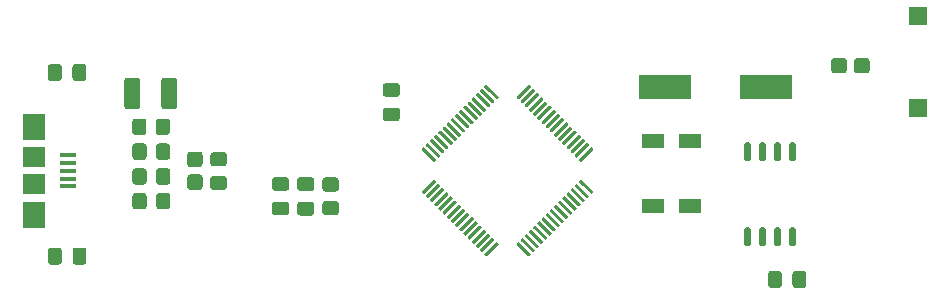
<source format=gbr>
%TF.GenerationSoftware,KiCad,Pcbnew,(5.1.10)-1*%
%TF.CreationDate,2021-08-29T21:18:50+07:00*%
%TF.ProjectId,stm32f405rgt6_Mini,73746d33-3266-4343-9035-726774365f4d,rev?*%
%TF.SameCoordinates,Original*%
%TF.FileFunction,Paste,Top*%
%TF.FilePolarity,Positive*%
%FSLAX46Y46*%
G04 Gerber Fmt 4.6, Leading zero omitted, Abs format (unit mm)*
G04 Created by KiCad (PCBNEW (5.1.10)-1) date 2021-08-29 21:18:50*
%MOMM*%
%LPD*%
G01*
G04 APERTURE LIST*
%ADD10R,1.900000X1.800000*%
%ADD11R,1.900000X2.300000*%
%ADD12R,1.400000X0.400000*%
%ADD13R,4.500000X2.000000*%
%ADD14R,1.900000X1.300000*%
%ADD15R,1.500000X1.500000*%
G04 APERTURE END LIST*
%TO.C,C2*%
G36*
G01*
X95361780Y-97781780D02*
X94411780Y-97781780D01*
G75*
G02*
X94161780Y-97531780I0J250000D01*
G01*
X94161780Y-96856780D01*
G75*
G02*
X94411780Y-96606780I250000J0D01*
G01*
X95361780Y-96606780D01*
G75*
G02*
X95611780Y-96856780I0J-250000D01*
G01*
X95611780Y-97531780D01*
G75*
G02*
X95361780Y-97781780I-250000J0D01*
G01*
G37*
G36*
G01*
X95361780Y-95706780D02*
X94411780Y-95706780D01*
G75*
G02*
X94161780Y-95456780I0J250000D01*
G01*
X94161780Y-94781780D01*
G75*
G02*
X94411780Y-94531780I250000J0D01*
G01*
X95361780Y-94531780D01*
G75*
G02*
X95611780Y-94781780I0J-250000D01*
G01*
X95611780Y-95456780D01*
G75*
G02*
X95361780Y-95706780I-250000J0D01*
G01*
G37*
%TD*%
%TO.C,C4*%
G36*
G01*
X75194760Y-101699080D02*
X75194760Y-100749080D01*
G75*
G02*
X75444760Y-100499080I250000J0D01*
G01*
X76119760Y-100499080D01*
G75*
G02*
X76369760Y-100749080I0J-250000D01*
G01*
X76369760Y-101699080D01*
G75*
G02*
X76119760Y-101949080I-250000J0D01*
G01*
X75444760Y-101949080D01*
G75*
G02*
X75194760Y-101699080I0J250000D01*
G01*
G37*
G36*
G01*
X77269760Y-101699080D02*
X77269760Y-100749080D01*
G75*
G02*
X77519760Y-100499080I250000J0D01*
G01*
X78194760Y-100499080D01*
G75*
G02*
X78444760Y-100749080I0J-250000D01*
G01*
X78444760Y-101699080D01*
G75*
G02*
X78194760Y-101949080I-250000J0D01*
G01*
X77519760Y-101949080D01*
G75*
G02*
X77269760Y-101699080I0J250000D01*
G01*
G37*
%TD*%
%TO.C,C5*%
G36*
G01*
X81671200Y-88552202D02*
X81671200Y-86352198D01*
G75*
G02*
X81921198Y-86102200I249998J0D01*
G01*
X82746202Y-86102200D01*
G75*
G02*
X82996200Y-86352198I0J-249998D01*
G01*
X82996200Y-88552202D01*
G75*
G02*
X82746202Y-88802200I-249998J0D01*
G01*
X81921198Y-88802200D01*
G75*
G02*
X81671200Y-88552202I0J249998D01*
G01*
G37*
G36*
G01*
X84796200Y-88552202D02*
X84796200Y-86352198D01*
G75*
G02*
X85046198Y-86102200I249998J0D01*
G01*
X85871202Y-86102200D01*
G75*
G02*
X86121200Y-86352198I0J-249998D01*
G01*
X86121200Y-88552202D01*
G75*
G02*
X85871202Y-88802200I-249998J0D01*
G01*
X85046198Y-88802200D01*
G75*
G02*
X84796200Y-88552202I0J249998D01*
G01*
G37*
%TD*%
%TO.C,C6*%
G36*
G01*
X78434600Y-85204280D02*
X78434600Y-86154280D01*
G75*
G02*
X78184600Y-86404280I-250000J0D01*
G01*
X77509600Y-86404280D01*
G75*
G02*
X77259600Y-86154280I0J250000D01*
G01*
X77259600Y-85204280D01*
G75*
G02*
X77509600Y-84954280I250000J0D01*
G01*
X78184600Y-84954280D01*
G75*
G02*
X78434600Y-85204280I0J-250000D01*
G01*
G37*
G36*
G01*
X76359600Y-85204280D02*
X76359600Y-86154280D01*
G75*
G02*
X76109600Y-86404280I-250000J0D01*
G01*
X75434600Y-86404280D01*
G75*
G02*
X75184600Y-86154280I0J250000D01*
G01*
X75184600Y-85204280D01*
G75*
G02*
X75434600Y-84954280I250000J0D01*
G01*
X76109600Y-84954280D01*
G75*
G02*
X76359600Y-85204280I0J-250000D01*
G01*
G37*
%TD*%
%TO.C,C14*%
G36*
G01*
X136152220Y-103667580D02*
X136152220Y-102717580D01*
G75*
G02*
X136402220Y-102467580I250000J0D01*
G01*
X137077220Y-102467580D01*
G75*
G02*
X137327220Y-102717580I0J-250000D01*
G01*
X137327220Y-103667580D01*
G75*
G02*
X137077220Y-103917580I-250000J0D01*
G01*
X136402220Y-103917580D01*
G75*
G02*
X136152220Y-103667580I0J250000D01*
G01*
G37*
G36*
G01*
X138227220Y-103667580D02*
X138227220Y-102717580D01*
G75*
G02*
X138477220Y-102467580I250000J0D01*
G01*
X139152220Y-102467580D01*
G75*
G02*
X139402220Y-102717580I0J-250000D01*
G01*
X139402220Y-103667580D01*
G75*
G02*
X139152220Y-103917580I-250000J0D01*
G01*
X138477220Y-103917580D01*
G75*
G02*
X138227220Y-103667580I0J250000D01*
G01*
G37*
%TD*%
%TO.C,C16*%
G36*
G01*
X104742000Y-89813800D02*
X103792000Y-89813800D01*
G75*
G02*
X103542000Y-89563800I0J250000D01*
G01*
X103542000Y-88888800D01*
G75*
G02*
X103792000Y-88638800I250000J0D01*
G01*
X104742000Y-88638800D01*
G75*
G02*
X104992000Y-88888800I0J-250000D01*
G01*
X104992000Y-89563800D01*
G75*
G02*
X104742000Y-89813800I-250000J0D01*
G01*
G37*
G36*
G01*
X104742000Y-87738800D02*
X103792000Y-87738800D01*
G75*
G02*
X103542000Y-87488800I0J250000D01*
G01*
X103542000Y-86813800D01*
G75*
G02*
X103792000Y-86563800I250000J0D01*
G01*
X104742000Y-86563800D01*
G75*
G02*
X104992000Y-86813800I0J-250000D01*
G01*
X104992000Y-87488800D01*
G75*
G02*
X104742000Y-87738800I-250000J0D01*
G01*
G37*
%TD*%
%TO.C,C17*%
G36*
G01*
X97487760Y-97791940D02*
X96537760Y-97791940D01*
G75*
G02*
X96287760Y-97541940I0J250000D01*
G01*
X96287760Y-96866940D01*
G75*
G02*
X96537760Y-96616940I250000J0D01*
G01*
X97487760Y-96616940D01*
G75*
G02*
X97737760Y-96866940I0J-250000D01*
G01*
X97737760Y-97541940D01*
G75*
G02*
X97487760Y-97791940I-250000J0D01*
G01*
G37*
G36*
G01*
X97487760Y-95716940D02*
X96537760Y-95716940D01*
G75*
G02*
X96287760Y-95466940I0J250000D01*
G01*
X96287760Y-94791940D01*
G75*
G02*
X96537760Y-94541940I250000J0D01*
G01*
X97487760Y-94541940D01*
G75*
G02*
X97737760Y-94791940I0J-250000D01*
G01*
X97737760Y-95466940D01*
G75*
G02*
X97487760Y-95716940I-250000J0D01*
G01*
G37*
%TD*%
%TO.C,PC13_LED*%
G36*
G01*
X142836620Y-84697619D02*
X142836620Y-85497621D01*
G75*
G02*
X142586621Y-85747620I-249999J0D01*
G01*
X141761619Y-85747620D01*
G75*
G02*
X141511620Y-85497621I0J249999D01*
G01*
X141511620Y-84697619D01*
G75*
G02*
X141761619Y-84447620I249999J0D01*
G01*
X142586621Y-84447620D01*
G75*
G02*
X142836620Y-84697619I0J-249999D01*
G01*
G37*
G36*
G01*
X144761620Y-84697619D02*
X144761620Y-85497621D01*
G75*
G02*
X144511621Y-85747620I-249999J0D01*
G01*
X143686619Y-85747620D01*
G75*
G02*
X143436620Y-85497621I0J249999D01*
G01*
X143436620Y-84697619D01*
G75*
G02*
X143686619Y-84447620I249999J0D01*
G01*
X144511621Y-84447620D01*
G75*
G02*
X144761620Y-84697619I0J-249999D01*
G01*
G37*
%TD*%
%TO.C,PWR*%
G36*
G01*
X87227459Y-92375320D02*
X88027461Y-92375320D01*
G75*
G02*
X88277460Y-92625319I0J-249999D01*
G01*
X88277460Y-93450321D01*
G75*
G02*
X88027461Y-93700320I-249999J0D01*
G01*
X87227459Y-93700320D01*
G75*
G02*
X86977460Y-93450321I0J249999D01*
G01*
X86977460Y-92625319D01*
G75*
G02*
X87227459Y-92375320I249999J0D01*
G01*
G37*
G36*
G01*
X87227459Y-94300320D02*
X88027461Y-94300320D01*
G75*
G02*
X88277460Y-94550319I0J-249999D01*
G01*
X88277460Y-95375321D01*
G75*
G02*
X88027461Y-95625320I-249999J0D01*
G01*
X87227459Y-95625320D01*
G75*
G02*
X86977460Y-95375321I0J249999D01*
G01*
X86977460Y-94550319D01*
G75*
G02*
X87227459Y-94300320I249999J0D01*
G01*
G37*
%TD*%
D10*
%TO.C,USB*%
X73995760Y-95150320D03*
X73995760Y-92850320D03*
D11*
X73995760Y-97750320D03*
X73995760Y-90250320D03*
D12*
X76845760Y-95300320D03*
X76845760Y-94650320D03*
X76845760Y-94000320D03*
X76845760Y-93350320D03*
X76845760Y-92700320D03*
%TD*%
%TO.C,R1*%
G36*
G01*
X85547000Y-94032919D02*
X85547000Y-94932921D01*
G75*
G02*
X85297001Y-95182920I-249999J0D01*
G01*
X84596999Y-95182920D01*
G75*
G02*
X84347000Y-94932921I0J249999D01*
G01*
X84347000Y-94032919D01*
G75*
G02*
X84596999Y-93782920I249999J0D01*
G01*
X85297001Y-93782920D01*
G75*
G02*
X85547000Y-94032919I0J-249999D01*
G01*
G37*
G36*
G01*
X83547000Y-94032919D02*
X83547000Y-94932921D01*
G75*
G02*
X83297001Y-95182920I-249999J0D01*
G01*
X82596999Y-95182920D01*
G75*
G02*
X82347000Y-94932921I0J249999D01*
G01*
X82347000Y-94032919D01*
G75*
G02*
X82596999Y-93782920I249999J0D01*
G01*
X83297001Y-93782920D01*
G75*
G02*
X83547000Y-94032919I0J-249999D01*
G01*
G37*
%TD*%
%TO.C,R2*%
G36*
G01*
X83536840Y-91929799D02*
X83536840Y-92829801D01*
G75*
G02*
X83286841Y-93079800I-249999J0D01*
G01*
X82586839Y-93079800D01*
G75*
G02*
X82336840Y-92829801I0J249999D01*
G01*
X82336840Y-91929799D01*
G75*
G02*
X82586839Y-91679800I249999J0D01*
G01*
X83286841Y-91679800D01*
G75*
G02*
X83536840Y-91929799I0J-249999D01*
G01*
G37*
G36*
G01*
X85536840Y-91929799D02*
X85536840Y-92829801D01*
G75*
G02*
X85286841Y-93079800I-249999J0D01*
G01*
X84586839Y-93079800D01*
G75*
G02*
X84336840Y-92829801I0J249999D01*
G01*
X84336840Y-91929799D01*
G75*
G02*
X84586839Y-91679800I249999J0D01*
G01*
X85286841Y-91679800D01*
G75*
G02*
X85536840Y-91929799I0J-249999D01*
G01*
G37*
%TD*%
%TO.C,R4*%
G36*
G01*
X85521600Y-89821599D02*
X85521600Y-90721601D01*
G75*
G02*
X85271601Y-90971600I-249999J0D01*
G01*
X84571599Y-90971600D01*
G75*
G02*
X84321600Y-90721601I0J249999D01*
G01*
X84321600Y-89821599D01*
G75*
G02*
X84571599Y-89571600I249999J0D01*
G01*
X85271601Y-89571600D01*
G75*
G02*
X85521600Y-89821599I0J-249999D01*
G01*
G37*
G36*
G01*
X83521600Y-89821599D02*
X83521600Y-90721601D01*
G75*
G02*
X83271601Y-90971600I-249999J0D01*
G01*
X82571599Y-90971600D01*
G75*
G02*
X82321600Y-90721601I0J249999D01*
G01*
X82321600Y-89821599D01*
G75*
G02*
X82571599Y-89571600I249999J0D01*
G01*
X83271601Y-89571600D01*
G75*
G02*
X83521600Y-89821599I0J-249999D01*
G01*
G37*
%TD*%
%TO.C,R5*%
G36*
G01*
X83547000Y-96120799D02*
X83547000Y-97020801D01*
G75*
G02*
X83297001Y-97270800I-249999J0D01*
G01*
X82596999Y-97270800D01*
G75*
G02*
X82347000Y-97020801I0J249999D01*
G01*
X82347000Y-96120799D01*
G75*
G02*
X82596999Y-95870800I249999J0D01*
G01*
X83297001Y-95870800D01*
G75*
G02*
X83547000Y-96120799I0J-249999D01*
G01*
G37*
G36*
G01*
X85547000Y-96120799D02*
X85547000Y-97020801D01*
G75*
G02*
X85297001Y-97270800I-249999J0D01*
G01*
X84596999Y-97270800D01*
G75*
G02*
X84347000Y-97020801I0J249999D01*
G01*
X84347000Y-96120799D01*
G75*
G02*
X84596999Y-95870800I249999J0D01*
G01*
X85297001Y-95870800D01*
G75*
G02*
X85547000Y-96120799I0J-249999D01*
G01*
G37*
%TD*%
%TO.C,R6*%
G36*
G01*
X89184059Y-92423180D02*
X90084061Y-92423180D01*
G75*
G02*
X90334060Y-92673179I0J-249999D01*
G01*
X90334060Y-93373181D01*
G75*
G02*
X90084061Y-93623180I-249999J0D01*
G01*
X89184059Y-93623180D01*
G75*
G02*
X88934060Y-93373181I0J249999D01*
G01*
X88934060Y-92673179D01*
G75*
G02*
X89184059Y-92423180I249999J0D01*
G01*
G37*
G36*
G01*
X89184059Y-94423180D02*
X90084061Y-94423180D01*
G75*
G02*
X90334060Y-94673179I0J-249999D01*
G01*
X90334060Y-95373181D01*
G75*
G02*
X90084061Y-95623180I-249999J0D01*
G01*
X89184059Y-95623180D01*
G75*
G02*
X88934060Y-95373181I0J249999D01*
G01*
X88934060Y-94673179D01*
G75*
G02*
X89184059Y-94423180I249999J0D01*
G01*
G37*
%TD*%
%TO.C,R9*%
G36*
G01*
X99570961Y-95759320D02*
X98670959Y-95759320D01*
G75*
G02*
X98420960Y-95509321I0J249999D01*
G01*
X98420960Y-94809319D01*
G75*
G02*
X98670959Y-94559320I249999J0D01*
G01*
X99570961Y-94559320D01*
G75*
G02*
X99820960Y-94809319I0J-249999D01*
G01*
X99820960Y-95509321D01*
G75*
G02*
X99570961Y-95759320I-249999J0D01*
G01*
G37*
G36*
G01*
X99570961Y-97759320D02*
X98670959Y-97759320D01*
G75*
G02*
X98420960Y-97509321I0J249999D01*
G01*
X98420960Y-96809319D01*
G75*
G02*
X98670959Y-96559320I249999J0D01*
G01*
X99570961Y-96559320D01*
G75*
G02*
X99820960Y-96809319I0J-249999D01*
G01*
X99820960Y-97509321D01*
G75*
G02*
X99570961Y-97759320I-249999J0D01*
G01*
G37*
%TD*%
%TO.C,STM32F405RG*%
G36*
G01*
X121262255Y-92023779D02*
X121368321Y-92129845D01*
G75*
G02*
X121368321Y-92235911I-53033J-53033D01*
G01*
X120378371Y-93225861D01*
G75*
G02*
X120272305Y-93225861I-53033J53033D01*
G01*
X120166239Y-93119795D01*
G75*
G02*
X120166239Y-93013729I53033J53033D01*
G01*
X121156189Y-92023779D01*
G75*
G02*
X121262255Y-92023779I53033J-53033D01*
G01*
G37*
G36*
G01*
X120908702Y-91670226D02*
X121014768Y-91776292D01*
G75*
G02*
X121014768Y-91882358I-53033J-53033D01*
G01*
X120024818Y-92872308D01*
G75*
G02*
X119918752Y-92872308I-53033J53033D01*
G01*
X119812686Y-92766242D01*
G75*
G02*
X119812686Y-92660176I53033J53033D01*
G01*
X120802636Y-91670226D01*
G75*
G02*
X120908702Y-91670226I53033J-53033D01*
G01*
G37*
G36*
G01*
X120555149Y-91316673D02*
X120661215Y-91422739D01*
G75*
G02*
X120661215Y-91528805I-53033J-53033D01*
G01*
X119671265Y-92518755D01*
G75*
G02*
X119565199Y-92518755I-53033J53033D01*
G01*
X119459133Y-92412689D01*
G75*
G02*
X119459133Y-92306623I53033J53033D01*
G01*
X120449083Y-91316673D01*
G75*
G02*
X120555149Y-91316673I53033J-53033D01*
G01*
G37*
G36*
G01*
X120201595Y-90963119D02*
X120307661Y-91069185D01*
G75*
G02*
X120307661Y-91175251I-53033J-53033D01*
G01*
X119317711Y-92165201D01*
G75*
G02*
X119211645Y-92165201I-53033J53033D01*
G01*
X119105579Y-92059135D01*
G75*
G02*
X119105579Y-91953069I53033J53033D01*
G01*
X120095529Y-90963119D01*
G75*
G02*
X120201595Y-90963119I53033J-53033D01*
G01*
G37*
G36*
G01*
X119848042Y-90609566D02*
X119954108Y-90715632D01*
G75*
G02*
X119954108Y-90821698I-53033J-53033D01*
G01*
X118964158Y-91811648D01*
G75*
G02*
X118858092Y-91811648I-53033J53033D01*
G01*
X118752026Y-91705582D01*
G75*
G02*
X118752026Y-91599516I53033J53033D01*
G01*
X119741976Y-90609566D01*
G75*
G02*
X119848042Y-90609566I53033J-53033D01*
G01*
G37*
G36*
G01*
X119494488Y-90256012D02*
X119600554Y-90362078D01*
G75*
G02*
X119600554Y-90468144I-53033J-53033D01*
G01*
X118610604Y-91458094D01*
G75*
G02*
X118504538Y-91458094I-53033J53033D01*
G01*
X118398472Y-91352028D01*
G75*
G02*
X118398472Y-91245962I53033J53033D01*
G01*
X119388422Y-90256012D01*
G75*
G02*
X119494488Y-90256012I53033J-53033D01*
G01*
G37*
G36*
G01*
X119140935Y-89902459D02*
X119247001Y-90008525D01*
G75*
G02*
X119247001Y-90114591I-53033J-53033D01*
G01*
X118257051Y-91104541D01*
G75*
G02*
X118150985Y-91104541I-53033J53033D01*
G01*
X118044919Y-90998475D01*
G75*
G02*
X118044919Y-90892409I53033J53033D01*
G01*
X119034869Y-89902459D01*
G75*
G02*
X119140935Y-89902459I53033J-53033D01*
G01*
G37*
G36*
G01*
X118787382Y-89548906D02*
X118893448Y-89654972D01*
G75*
G02*
X118893448Y-89761038I-53033J-53033D01*
G01*
X117903498Y-90750988D01*
G75*
G02*
X117797432Y-90750988I-53033J53033D01*
G01*
X117691366Y-90644922D01*
G75*
G02*
X117691366Y-90538856I53033J53033D01*
G01*
X118681316Y-89548906D01*
G75*
G02*
X118787382Y-89548906I53033J-53033D01*
G01*
G37*
G36*
G01*
X118433828Y-89195352D02*
X118539894Y-89301418D01*
G75*
G02*
X118539894Y-89407484I-53033J-53033D01*
G01*
X117549944Y-90397434D01*
G75*
G02*
X117443878Y-90397434I-53033J53033D01*
G01*
X117337812Y-90291368D01*
G75*
G02*
X117337812Y-90185302I53033J53033D01*
G01*
X118327762Y-89195352D01*
G75*
G02*
X118433828Y-89195352I53033J-53033D01*
G01*
G37*
G36*
G01*
X118080275Y-88841799D02*
X118186341Y-88947865D01*
G75*
G02*
X118186341Y-89053931I-53033J-53033D01*
G01*
X117196391Y-90043881D01*
G75*
G02*
X117090325Y-90043881I-53033J53033D01*
G01*
X116984259Y-89937815D01*
G75*
G02*
X116984259Y-89831749I53033J53033D01*
G01*
X117974209Y-88841799D01*
G75*
G02*
X118080275Y-88841799I53033J-53033D01*
G01*
G37*
G36*
G01*
X117726722Y-88488246D02*
X117832788Y-88594312D01*
G75*
G02*
X117832788Y-88700378I-53033J-53033D01*
G01*
X116842838Y-89690328D01*
G75*
G02*
X116736772Y-89690328I-53033J53033D01*
G01*
X116630706Y-89584262D01*
G75*
G02*
X116630706Y-89478196I53033J53033D01*
G01*
X117620656Y-88488246D01*
G75*
G02*
X117726722Y-88488246I53033J-53033D01*
G01*
G37*
G36*
G01*
X117373168Y-88134692D02*
X117479234Y-88240758D01*
G75*
G02*
X117479234Y-88346824I-53033J-53033D01*
G01*
X116489284Y-89336774D01*
G75*
G02*
X116383218Y-89336774I-53033J53033D01*
G01*
X116277152Y-89230708D01*
G75*
G02*
X116277152Y-89124642I53033J53033D01*
G01*
X117267102Y-88134692D01*
G75*
G02*
X117373168Y-88134692I53033J-53033D01*
G01*
G37*
G36*
G01*
X117019615Y-87781139D02*
X117125681Y-87887205D01*
G75*
G02*
X117125681Y-87993271I-53033J-53033D01*
G01*
X116135731Y-88983221D01*
G75*
G02*
X116029665Y-88983221I-53033J53033D01*
G01*
X115923599Y-88877155D01*
G75*
G02*
X115923599Y-88771089I53033J53033D01*
G01*
X116913549Y-87781139D01*
G75*
G02*
X117019615Y-87781139I53033J-53033D01*
G01*
G37*
G36*
G01*
X116666061Y-87427585D02*
X116772127Y-87533651D01*
G75*
G02*
X116772127Y-87639717I-53033J-53033D01*
G01*
X115782177Y-88629667D01*
G75*
G02*
X115676111Y-88629667I-53033J53033D01*
G01*
X115570045Y-88523601D01*
G75*
G02*
X115570045Y-88417535I53033J53033D01*
G01*
X116559995Y-87427585D01*
G75*
G02*
X116666061Y-87427585I53033J-53033D01*
G01*
G37*
G36*
G01*
X116312508Y-87074032D02*
X116418574Y-87180098D01*
G75*
G02*
X116418574Y-87286164I-53033J-53033D01*
G01*
X115428624Y-88276114D01*
G75*
G02*
X115322558Y-88276114I-53033J53033D01*
G01*
X115216492Y-88170048D01*
G75*
G02*
X115216492Y-88063982I53033J53033D01*
G01*
X116206442Y-87074032D01*
G75*
G02*
X116312508Y-87074032I53033J-53033D01*
G01*
G37*
G36*
G01*
X115958955Y-86720479D02*
X116065021Y-86826545D01*
G75*
G02*
X116065021Y-86932611I-53033J-53033D01*
G01*
X115075071Y-87922561D01*
G75*
G02*
X114969005Y-87922561I-53033J53033D01*
G01*
X114862939Y-87816495D01*
G75*
G02*
X114862939Y-87710429I53033J53033D01*
G01*
X115852889Y-86720479D01*
G75*
G02*
X115958955Y-86720479I53033J-53033D01*
G01*
G37*
G36*
G01*
X112352709Y-86720479D02*
X113342659Y-87710429D01*
G75*
G02*
X113342659Y-87816495I-53033J-53033D01*
G01*
X113236593Y-87922561D01*
G75*
G02*
X113130527Y-87922561I-53033J53033D01*
G01*
X112140577Y-86932611D01*
G75*
G02*
X112140577Y-86826545I53033J53033D01*
G01*
X112246643Y-86720479D01*
G75*
G02*
X112352709Y-86720479I53033J-53033D01*
G01*
G37*
G36*
G01*
X111999156Y-87074032D02*
X112989106Y-88063982D01*
G75*
G02*
X112989106Y-88170048I-53033J-53033D01*
G01*
X112883040Y-88276114D01*
G75*
G02*
X112776974Y-88276114I-53033J53033D01*
G01*
X111787024Y-87286164D01*
G75*
G02*
X111787024Y-87180098I53033J53033D01*
G01*
X111893090Y-87074032D01*
G75*
G02*
X111999156Y-87074032I53033J-53033D01*
G01*
G37*
G36*
G01*
X111645603Y-87427585D02*
X112635553Y-88417535D01*
G75*
G02*
X112635553Y-88523601I-53033J-53033D01*
G01*
X112529487Y-88629667D01*
G75*
G02*
X112423421Y-88629667I-53033J53033D01*
G01*
X111433471Y-87639717D01*
G75*
G02*
X111433471Y-87533651I53033J53033D01*
G01*
X111539537Y-87427585D01*
G75*
G02*
X111645603Y-87427585I53033J-53033D01*
G01*
G37*
G36*
G01*
X111292049Y-87781139D02*
X112281999Y-88771089D01*
G75*
G02*
X112281999Y-88877155I-53033J-53033D01*
G01*
X112175933Y-88983221D01*
G75*
G02*
X112069867Y-88983221I-53033J53033D01*
G01*
X111079917Y-87993271D01*
G75*
G02*
X111079917Y-87887205I53033J53033D01*
G01*
X111185983Y-87781139D01*
G75*
G02*
X111292049Y-87781139I53033J-53033D01*
G01*
G37*
G36*
G01*
X110938496Y-88134692D02*
X111928446Y-89124642D01*
G75*
G02*
X111928446Y-89230708I-53033J-53033D01*
G01*
X111822380Y-89336774D01*
G75*
G02*
X111716314Y-89336774I-53033J53033D01*
G01*
X110726364Y-88346824D01*
G75*
G02*
X110726364Y-88240758I53033J53033D01*
G01*
X110832430Y-88134692D01*
G75*
G02*
X110938496Y-88134692I53033J-53033D01*
G01*
G37*
G36*
G01*
X110584942Y-88488246D02*
X111574892Y-89478196D01*
G75*
G02*
X111574892Y-89584262I-53033J-53033D01*
G01*
X111468826Y-89690328D01*
G75*
G02*
X111362760Y-89690328I-53033J53033D01*
G01*
X110372810Y-88700378D01*
G75*
G02*
X110372810Y-88594312I53033J53033D01*
G01*
X110478876Y-88488246D01*
G75*
G02*
X110584942Y-88488246I53033J-53033D01*
G01*
G37*
G36*
G01*
X110231389Y-88841799D02*
X111221339Y-89831749D01*
G75*
G02*
X111221339Y-89937815I-53033J-53033D01*
G01*
X111115273Y-90043881D01*
G75*
G02*
X111009207Y-90043881I-53033J53033D01*
G01*
X110019257Y-89053931D01*
G75*
G02*
X110019257Y-88947865I53033J53033D01*
G01*
X110125323Y-88841799D01*
G75*
G02*
X110231389Y-88841799I53033J-53033D01*
G01*
G37*
G36*
G01*
X109877836Y-89195352D02*
X110867786Y-90185302D01*
G75*
G02*
X110867786Y-90291368I-53033J-53033D01*
G01*
X110761720Y-90397434D01*
G75*
G02*
X110655654Y-90397434I-53033J53033D01*
G01*
X109665704Y-89407484D01*
G75*
G02*
X109665704Y-89301418I53033J53033D01*
G01*
X109771770Y-89195352D01*
G75*
G02*
X109877836Y-89195352I53033J-53033D01*
G01*
G37*
G36*
G01*
X109524282Y-89548906D02*
X110514232Y-90538856D01*
G75*
G02*
X110514232Y-90644922I-53033J-53033D01*
G01*
X110408166Y-90750988D01*
G75*
G02*
X110302100Y-90750988I-53033J53033D01*
G01*
X109312150Y-89761038D01*
G75*
G02*
X109312150Y-89654972I53033J53033D01*
G01*
X109418216Y-89548906D01*
G75*
G02*
X109524282Y-89548906I53033J-53033D01*
G01*
G37*
G36*
G01*
X109170729Y-89902459D02*
X110160679Y-90892409D01*
G75*
G02*
X110160679Y-90998475I-53033J-53033D01*
G01*
X110054613Y-91104541D01*
G75*
G02*
X109948547Y-91104541I-53033J53033D01*
G01*
X108958597Y-90114591D01*
G75*
G02*
X108958597Y-90008525I53033J53033D01*
G01*
X109064663Y-89902459D01*
G75*
G02*
X109170729Y-89902459I53033J-53033D01*
G01*
G37*
G36*
G01*
X108817176Y-90256012D02*
X109807126Y-91245962D01*
G75*
G02*
X109807126Y-91352028I-53033J-53033D01*
G01*
X109701060Y-91458094D01*
G75*
G02*
X109594994Y-91458094I-53033J53033D01*
G01*
X108605044Y-90468144D01*
G75*
G02*
X108605044Y-90362078I53033J53033D01*
G01*
X108711110Y-90256012D01*
G75*
G02*
X108817176Y-90256012I53033J-53033D01*
G01*
G37*
G36*
G01*
X108463622Y-90609566D02*
X109453572Y-91599516D01*
G75*
G02*
X109453572Y-91705582I-53033J-53033D01*
G01*
X109347506Y-91811648D01*
G75*
G02*
X109241440Y-91811648I-53033J53033D01*
G01*
X108251490Y-90821698D01*
G75*
G02*
X108251490Y-90715632I53033J53033D01*
G01*
X108357556Y-90609566D01*
G75*
G02*
X108463622Y-90609566I53033J-53033D01*
G01*
G37*
G36*
G01*
X108110069Y-90963119D02*
X109100019Y-91953069D01*
G75*
G02*
X109100019Y-92059135I-53033J-53033D01*
G01*
X108993953Y-92165201D01*
G75*
G02*
X108887887Y-92165201I-53033J53033D01*
G01*
X107897937Y-91175251D01*
G75*
G02*
X107897937Y-91069185I53033J53033D01*
G01*
X108004003Y-90963119D01*
G75*
G02*
X108110069Y-90963119I53033J-53033D01*
G01*
G37*
G36*
G01*
X107756515Y-91316673D02*
X108746465Y-92306623D01*
G75*
G02*
X108746465Y-92412689I-53033J-53033D01*
G01*
X108640399Y-92518755D01*
G75*
G02*
X108534333Y-92518755I-53033J53033D01*
G01*
X107544383Y-91528805D01*
G75*
G02*
X107544383Y-91422739I53033J53033D01*
G01*
X107650449Y-91316673D01*
G75*
G02*
X107756515Y-91316673I53033J-53033D01*
G01*
G37*
G36*
G01*
X107402962Y-91670226D02*
X108392912Y-92660176D01*
G75*
G02*
X108392912Y-92766242I-53033J-53033D01*
G01*
X108286846Y-92872308D01*
G75*
G02*
X108180780Y-92872308I-53033J53033D01*
G01*
X107190830Y-91882358D01*
G75*
G02*
X107190830Y-91776292I53033J53033D01*
G01*
X107296896Y-91670226D01*
G75*
G02*
X107402962Y-91670226I53033J-53033D01*
G01*
G37*
G36*
G01*
X107049409Y-92023779D02*
X108039359Y-93013729D01*
G75*
G02*
X108039359Y-93119795I-53033J-53033D01*
G01*
X107933293Y-93225861D01*
G75*
G02*
X107827227Y-93225861I-53033J53033D01*
G01*
X106837277Y-92235911D01*
G75*
G02*
X106837277Y-92129845I53033J53033D01*
G01*
X106943343Y-92023779D01*
G75*
G02*
X107049409Y-92023779I53033J-53033D01*
G01*
G37*
G36*
G01*
X107933293Y-94746141D02*
X108039359Y-94852207D01*
G75*
G02*
X108039359Y-94958273I-53033J-53033D01*
G01*
X107049409Y-95948223D01*
G75*
G02*
X106943343Y-95948223I-53033J53033D01*
G01*
X106837277Y-95842157D01*
G75*
G02*
X106837277Y-95736091I53033J53033D01*
G01*
X107827227Y-94746141D01*
G75*
G02*
X107933293Y-94746141I53033J-53033D01*
G01*
G37*
G36*
G01*
X108286846Y-95099694D02*
X108392912Y-95205760D01*
G75*
G02*
X108392912Y-95311826I-53033J-53033D01*
G01*
X107402962Y-96301776D01*
G75*
G02*
X107296896Y-96301776I-53033J53033D01*
G01*
X107190830Y-96195710D01*
G75*
G02*
X107190830Y-96089644I53033J53033D01*
G01*
X108180780Y-95099694D01*
G75*
G02*
X108286846Y-95099694I53033J-53033D01*
G01*
G37*
G36*
G01*
X108640399Y-95453247D02*
X108746465Y-95559313D01*
G75*
G02*
X108746465Y-95665379I-53033J-53033D01*
G01*
X107756515Y-96655329D01*
G75*
G02*
X107650449Y-96655329I-53033J53033D01*
G01*
X107544383Y-96549263D01*
G75*
G02*
X107544383Y-96443197I53033J53033D01*
G01*
X108534333Y-95453247D01*
G75*
G02*
X108640399Y-95453247I53033J-53033D01*
G01*
G37*
G36*
G01*
X108993953Y-95806801D02*
X109100019Y-95912867D01*
G75*
G02*
X109100019Y-96018933I-53033J-53033D01*
G01*
X108110069Y-97008883D01*
G75*
G02*
X108004003Y-97008883I-53033J53033D01*
G01*
X107897937Y-96902817D01*
G75*
G02*
X107897937Y-96796751I53033J53033D01*
G01*
X108887887Y-95806801D01*
G75*
G02*
X108993953Y-95806801I53033J-53033D01*
G01*
G37*
G36*
G01*
X109347506Y-96160354D02*
X109453572Y-96266420D01*
G75*
G02*
X109453572Y-96372486I-53033J-53033D01*
G01*
X108463622Y-97362436D01*
G75*
G02*
X108357556Y-97362436I-53033J53033D01*
G01*
X108251490Y-97256370D01*
G75*
G02*
X108251490Y-97150304I53033J53033D01*
G01*
X109241440Y-96160354D01*
G75*
G02*
X109347506Y-96160354I53033J-53033D01*
G01*
G37*
G36*
G01*
X109701060Y-96513908D02*
X109807126Y-96619974D01*
G75*
G02*
X109807126Y-96726040I-53033J-53033D01*
G01*
X108817176Y-97715990D01*
G75*
G02*
X108711110Y-97715990I-53033J53033D01*
G01*
X108605044Y-97609924D01*
G75*
G02*
X108605044Y-97503858I53033J53033D01*
G01*
X109594994Y-96513908D01*
G75*
G02*
X109701060Y-96513908I53033J-53033D01*
G01*
G37*
G36*
G01*
X110054613Y-96867461D02*
X110160679Y-96973527D01*
G75*
G02*
X110160679Y-97079593I-53033J-53033D01*
G01*
X109170729Y-98069543D01*
G75*
G02*
X109064663Y-98069543I-53033J53033D01*
G01*
X108958597Y-97963477D01*
G75*
G02*
X108958597Y-97857411I53033J53033D01*
G01*
X109948547Y-96867461D01*
G75*
G02*
X110054613Y-96867461I53033J-53033D01*
G01*
G37*
G36*
G01*
X110408166Y-97221014D02*
X110514232Y-97327080D01*
G75*
G02*
X110514232Y-97433146I-53033J-53033D01*
G01*
X109524282Y-98423096D01*
G75*
G02*
X109418216Y-98423096I-53033J53033D01*
G01*
X109312150Y-98317030D01*
G75*
G02*
X109312150Y-98210964I53033J53033D01*
G01*
X110302100Y-97221014D01*
G75*
G02*
X110408166Y-97221014I53033J-53033D01*
G01*
G37*
G36*
G01*
X110761720Y-97574568D02*
X110867786Y-97680634D01*
G75*
G02*
X110867786Y-97786700I-53033J-53033D01*
G01*
X109877836Y-98776650D01*
G75*
G02*
X109771770Y-98776650I-53033J53033D01*
G01*
X109665704Y-98670584D01*
G75*
G02*
X109665704Y-98564518I53033J53033D01*
G01*
X110655654Y-97574568D01*
G75*
G02*
X110761720Y-97574568I53033J-53033D01*
G01*
G37*
G36*
G01*
X111115273Y-97928121D02*
X111221339Y-98034187D01*
G75*
G02*
X111221339Y-98140253I-53033J-53033D01*
G01*
X110231389Y-99130203D01*
G75*
G02*
X110125323Y-99130203I-53033J53033D01*
G01*
X110019257Y-99024137D01*
G75*
G02*
X110019257Y-98918071I53033J53033D01*
G01*
X111009207Y-97928121D01*
G75*
G02*
X111115273Y-97928121I53033J-53033D01*
G01*
G37*
G36*
G01*
X111468826Y-98281674D02*
X111574892Y-98387740D01*
G75*
G02*
X111574892Y-98493806I-53033J-53033D01*
G01*
X110584942Y-99483756D01*
G75*
G02*
X110478876Y-99483756I-53033J53033D01*
G01*
X110372810Y-99377690D01*
G75*
G02*
X110372810Y-99271624I53033J53033D01*
G01*
X111362760Y-98281674D01*
G75*
G02*
X111468826Y-98281674I53033J-53033D01*
G01*
G37*
G36*
G01*
X111822380Y-98635228D02*
X111928446Y-98741294D01*
G75*
G02*
X111928446Y-98847360I-53033J-53033D01*
G01*
X110938496Y-99837310D01*
G75*
G02*
X110832430Y-99837310I-53033J53033D01*
G01*
X110726364Y-99731244D01*
G75*
G02*
X110726364Y-99625178I53033J53033D01*
G01*
X111716314Y-98635228D01*
G75*
G02*
X111822380Y-98635228I53033J-53033D01*
G01*
G37*
G36*
G01*
X112175933Y-98988781D02*
X112281999Y-99094847D01*
G75*
G02*
X112281999Y-99200913I-53033J-53033D01*
G01*
X111292049Y-100190863D01*
G75*
G02*
X111185983Y-100190863I-53033J53033D01*
G01*
X111079917Y-100084797D01*
G75*
G02*
X111079917Y-99978731I53033J53033D01*
G01*
X112069867Y-98988781D01*
G75*
G02*
X112175933Y-98988781I53033J-53033D01*
G01*
G37*
G36*
G01*
X112529487Y-99342335D02*
X112635553Y-99448401D01*
G75*
G02*
X112635553Y-99554467I-53033J-53033D01*
G01*
X111645603Y-100544417D01*
G75*
G02*
X111539537Y-100544417I-53033J53033D01*
G01*
X111433471Y-100438351D01*
G75*
G02*
X111433471Y-100332285I53033J53033D01*
G01*
X112423421Y-99342335D01*
G75*
G02*
X112529487Y-99342335I53033J-53033D01*
G01*
G37*
G36*
G01*
X112883040Y-99695888D02*
X112989106Y-99801954D01*
G75*
G02*
X112989106Y-99908020I-53033J-53033D01*
G01*
X111999156Y-100897970D01*
G75*
G02*
X111893090Y-100897970I-53033J53033D01*
G01*
X111787024Y-100791904D01*
G75*
G02*
X111787024Y-100685838I53033J53033D01*
G01*
X112776974Y-99695888D01*
G75*
G02*
X112883040Y-99695888I53033J-53033D01*
G01*
G37*
G36*
G01*
X113236593Y-100049441D02*
X113342659Y-100155507D01*
G75*
G02*
X113342659Y-100261573I-53033J-53033D01*
G01*
X112352709Y-101251523D01*
G75*
G02*
X112246643Y-101251523I-53033J53033D01*
G01*
X112140577Y-101145457D01*
G75*
G02*
X112140577Y-101039391I53033J53033D01*
G01*
X113130527Y-100049441D01*
G75*
G02*
X113236593Y-100049441I53033J-53033D01*
G01*
G37*
G36*
G01*
X115075071Y-100049441D02*
X116065021Y-101039391D01*
G75*
G02*
X116065021Y-101145457I-53033J-53033D01*
G01*
X115958955Y-101251523D01*
G75*
G02*
X115852889Y-101251523I-53033J53033D01*
G01*
X114862939Y-100261573D01*
G75*
G02*
X114862939Y-100155507I53033J53033D01*
G01*
X114969005Y-100049441D01*
G75*
G02*
X115075071Y-100049441I53033J-53033D01*
G01*
G37*
G36*
G01*
X115428624Y-99695888D02*
X116418574Y-100685838D01*
G75*
G02*
X116418574Y-100791904I-53033J-53033D01*
G01*
X116312508Y-100897970D01*
G75*
G02*
X116206442Y-100897970I-53033J53033D01*
G01*
X115216492Y-99908020D01*
G75*
G02*
X115216492Y-99801954I53033J53033D01*
G01*
X115322558Y-99695888D01*
G75*
G02*
X115428624Y-99695888I53033J-53033D01*
G01*
G37*
G36*
G01*
X115782177Y-99342335D02*
X116772127Y-100332285D01*
G75*
G02*
X116772127Y-100438351I-53033J-53033D01*
G01*
X116666061Y-100544417D01*
G75*
G02*
X116559995Y-100544417I-53033J53033D01*
G01*
X115570045Y-99554467D01*
G75*
G02*
X115570045Y-99448401I53033J53033D01*
G01*
X115676111Y-99342335D01*
G75*
G02*
X115782177Y-99342335I53033J-53033D01*
G01*
G37*
G36*
G01*
X116135731Y-98988781D02*
X117125681Y-99978731D01*
G75*
G02*
X117125681Y-100084797I-53033J-53033D01*
G01*
X117019615Y-100190863D01*
G75*
G02*
X116913549Y-100190863I-53033J53033D01*
G01*
X115923599Y-99200913D01*
G75*
G02*
X115923599Y-99094847I53033J53033D01*
G01*
X116029665Y-98988781D01*
G75*
G02*
X116135731Y-98988781I53033J-53033D01*
G01*
G37*
G36*
G01*
X116489284Y-98635228D02*
X117479234Y-99625178D01*
G75*
G02*
X117479234Y-99731244I-53033J-53033D01*
G01*
X117373168Y-99837310D01*
G75*
G02*
X117267102Y-99837310I-53033J53033D01*
G01*
X116277152Y-98847360D01*
G75*
G02*
X116277152Y-98741294I53033J53033D01*
G01*
X116383218Y-98635228D01*
G75*
G02*
X116489284Y-98635228I53033J-53033D01*
G01*
G37*
G36*
G01*
X116842838Y-98281674D02*
X117832788Y-99271624D01*
G75*
G02*
X117832788Y-99377690I-53033J-53033D01*
G01*
X117726722Y-99483756D01*
G75*
G02*
X117620656Y-99483756I-53033J53033D01*
G01*
X116630706Y-98493806D01*
G75*
G02*
X116630706Y-98387740I53033J53033D01*
G01*
X116736772Y-98281674D01*
G75*
G02*
X116842838Y-98281674I53033J-53033D01*
G01*
G37*
G36*
G01*
X117196391Y-97928121D02*
X118186341Y-98918071D01*
G75*
G02*
X118186341Y-99024137I-53033J-53033D01*
G01*
X118080275Y-99130203D01*
G75*
G02*
X117974209Y-99130203I-53033J53033D01*
G01*
X116984259Y-98140253D01*
G75*
G02*
X116984259Y-98034187I53033J53033D01*
G01*
X117090325Y-97928121D01*
G75*
G02*
X117196391Y-97928121I53033J-53033D01*
G01*
G37*
G36*
G01*
X117549944Y-97574568D02*
X118539894Y-98564518D01*
G75*
G02*
X118539894Y-98670584I-53033J-53033D01*
G01*
X118433828Y-98776650D01*
G75*
G02*
X118327762Y-98776650I-53033J53033D01*
G01*
X117337812Y-97786700D01*
G75*
G02*
X117337812Y-97680634I53033J53033D01*
G01*
X117443878Y-97574568D01*
G75*
G02*
X117549944Y-97574568I53033J-53033D01*
G01*
G37*
G36*
G01*
X117903498Y-97221014D02*
X118893448Y-98210964D01*
G75*
G02*
X118893448Y-98317030I-53033J-53033D01*
G01*
X118787382Y-98423096D01*
G75*
G02*
X118681316Y-98423096I-53033J53033D01*
G01*
X117691366Y-97433146D01*
G75*
G02*
X117691366Y-97327080I53033J53033D01*
G01*
X117797432Y-97221014D01*
G75*
G02*
X117903498Y-97221014I53033J-53033D01*
G01*
G37*
G36*
G01*
X118257051Y-96867461D02*
X119247001Y-97857411D01*
G75*
G02*
X119247001Y-97963477I-53033J-53033D01*
G01*
X119140935Y-98069543D01*
G75*
G02*
X119034869Y-98069543I-53033J53033D01*
G01*
X118044919Y-97079593D01*
G75*
G02*
X118044919Y-96973527I53033J53033D01*
G01*
X118150985Y-96867461D01*
G75*
G02*
X118257051Y-96867461I53033J-53033D01*
G01*
G37*
G36*
G01*
X118610604Y-96513908D02*
X119600554Y-97503858D01*
G75*
G02*
X119600554Y-97609924I-53033J-53033D01*
G01*
X119494488Y-97715990D01*
G75*
G02*
X119388422Y-97715990I-53033J53033D01*
G01*
X118398472Y-96726040D01*
G75*
G02*
X118398472Y-96619974I53033J53033D01*
G01*
X118504538Y-96513908D01*
G75*
G02*
X118610604Y-96513908I53033J-53033D01*
G01*
G37*
G36*
G01*
X118964158Y-96160354D02*
X119954108Y-97150304D01*
G75*
G02*
X119954108Y-97256370I-53033J-53033D01*
G01*
X119848042Y-97362436D01*
G75*
G02*
X119741976Y-97362436I-53033J53033D01*
G01*
X118752026Y-96372486D01*
G75*
G02*
X118752026Y-96266420I53033J53033D01*
G01*
X118858092Y-96160354D01*
G75*
G02*
X118964158Y-96160354I53033J-53033D01*
G01*
G37*
G36*
G01*
X119317711Y-95806801D02*
X120307661Y-96796751D01*
G75*
G02*
X120307661Y-96902817I-53033J-53033D01*
G01*
X120201595Y-97008883D01*
G75*
G02*
X120095529Y-97008883I-53033J53033D01*
G01*
X119105579Y-96018933D01*
G75*
G02*
X119105579Y-95912867I53033J53033D01*
G01*
X119211645Y-95806801D01*
G75*
G02*
X119317711Y-95806801I53033J-53033D01*
G01*
G37*
G36*
G01*
X119671265Y-95453247D02*
X120661215Y-96443197D01*
G75*
G02*
X120661215Y-96549263I-53033J-53033D01*
G01*
X120555149Y-96655329D01*
G75*
G02*
X120449083Y-96655329I-53033J53033D01*
G01*
X119459133Y-95665379D01*
G75*
G02*
X119459133Y-95559313I53033J53033D01*
G01*
X119565199Y-95453247D01*
G75*
G02*
X119671265Y-95453247I53033J-53033D01*
G01*
G37*
G36*
G01*
X120024818Y-95099694D02*
X121014768Y-96089644D01*
G75*
G02*
X121014768Y-96195710I-53033J-53033D01*
G01*
X120908702Y-96301776D01*
G75*
G02*
X120802636Y-96301776I-53033J53033D01*
G01*
X119812686Y-95311826D01*
G75*
G02*
X119812686Y-95205760I53033J53033D01*
G01*
X119918752Y-95099694D01*
G75*
G02*
X120024818Y-95099694I53033J-53033D01*
G01*
G37*
G36*
G01*
X120378371Y-94746141D02*
X121368321Y-95736091D01*
G75*
G02*
X121368321Y-95842157I-53033J-53033D01*
G01*
X121262255Y-95948223D01*
G75*
G02*
X121156189Y-95948223I-53033J53033D01*
G01*
X120166239Y-94958273D01*
G75*
G02*
X120166239Y-94852207I53033J53033D01*
G01*
X120272305Y-94746141D01*
G75*
G02*
X120378371Y-94746141I53033J-53033D01*
G01*
G37*
%TD*%
D13*
%TO.C,8-25MHz*%
X135949000Y-86918800D03*
X127449000Y-86918800D03*
%TD*%
D14*
%TO.C,32.768KHz*%
X129590600Y-96945900D03*
X129590600Y-91445900D03*
X126390600Y-91445900D03*
X126390600Y-96945900D03*
%TD*%
%TO.C,W25Qxx*%
G36*
G01*
X138076800Y-91586600D02*
X138376800Y-91586600D01*
G75*
G02*
X138526800Y-91736600I0J-150000D01*
G01*
X138526800Y-93036600D01*
G75*
G02*
X138376800Y-93186600I-150000J0D01*
G01*
X138076800Y-93186600D01*
G75*
G02*
X137926800Y-93036600I0J150000D01*
G01*
X137926800Y-91736600D01*
G75*
G02*
X138076800Y-91586600I150000J0D01*
G01*
G37*
G36*
G01*
X136806800Y-91586600D02*
X137106800Y-91586600D01*
G75*
G02*
X137256800Y-91736600I0J-150000D01*
G01*
X137256800Y-93036600D01*
G75*
G02*
X137106800Y-93186600I-150000J0D01*
G01*
X136806800Y-93186600D01*
G75*
G02*
X136656800Y-93036600I0J150000D01*
G01*
X136656800Y-91736600D01*
G75*
G02*
X136806800Y-91586600I150000J0D01*
G01*
G37*
G36*
G01*
X135536800Y-91586600D02*
X135836800Y-91586600D01*
G75*
G02*
X135986800Y-91736600I0J-150000D01*
G01*
X135986800Y-93036600D01*
G75*
G02*
X135836800Y-93186600I-150000J0D01*
G01*
X135536800Y-93186600D01*
G75*
G02*
X135386800Y-93036600I0J150000D01*
G01*
X135386800Y-91736600D01*
G75*
G02*
X135536800Y-91586600I150000J0D01*
G01*
G37*
G36*
G01*
X134266800Y-91586600D02*
X134566800Y-91586600D01*
G75*
G02*
X134716800Y-91736600I0J-150000D01*
G01*
X134716800Y-93036600D01*
G75*
G02*
X134566800Y-93186600I-150000J0D01*
G01*
X134266800Y-93186600D01*
G75*
G02*
X134116800Y-93036600I0J150000D01*
G01*
X134116800Y-91736600D01*
G75*
G02*
X134266800Y-91586600I150000J0D01*
G01*
G37*
G36*
G01*
X134266800Y-98786600D02*
X134566800Y-98786600D01*
G75*
G02*
X134716800Y-98936600I0J-150000D01*
G01*
X134716800Y-100236600D01*
G75*
G02*
X134566800Y-100386600I-150000J0D01*
G01*
X134266800Y-100386600D01*
G75*
G02*
X134116800Y-100236600I0J150000D01*
G01*
X134116800Y-98936600D01*
G75*
G02*
X134266800Y-98786600I150000J0D01*
G01*
G37*
G36*
G01*
X135536800Y-98786600D02*
X135836800Y-98786600D01*
G75*
G02*
X135986800Y-98936600I0J-150000D01*
G01*
X135986800Y-100236600D01*
G75*
G02*
X135836800Y-100386600I-150000J0D01*
G01*
X135536800Y-100386600D01*
G75*
G02*
X135386800Y-100236600I0J150000D01*
G01*
X135386800Y-98936600D01*
G75*
G02*
X135536800Y-98786600I150000J0D01*
G01*
G37*
G36*
G01*
X136806800Y-98786600D02*
X137106800Y-98786600D01*
G75*
G02*
X137256800Y-98936600I0J-150000D01*
G01*
X137256800Y-100236600D01*
G75*
G02*
X137106800Y-100386600I-150000J0D01*
G01*
X136806800Y-100386600D01*
G75*
G02*
X136656800Y-100236600I0J150000D01*
G01*
X136656800Y-98936600D01*
G75*
G02*
X136806800Y-98786600I150000J0D01*
G01*
G37*
G36*
G01*
X138076800Y-98786600D02*
X138376800Y-98786600D01*
G75*
G02*
X138526800Y-98936600I0J-150000D01*
G01*
X138526800Y-100236600D01*
G75*
G02*
X138376800Y-100386600I-150000J0D01*
G01*
X138076800Y-100386600D01*
G75*
G02*
X137926800Y-100236600I0J150000D01*
G01*
X137926800Y-98936600D01*
G75*
G02*
X138076800Y-98786600I150000J0D01*
G01*
G37*
%TD*%
D15*
%TO.C,RESET*%
X148877020Y-80849640D03*
X148877020Y-88649640D03*
%TD*%
M02*

</source>
